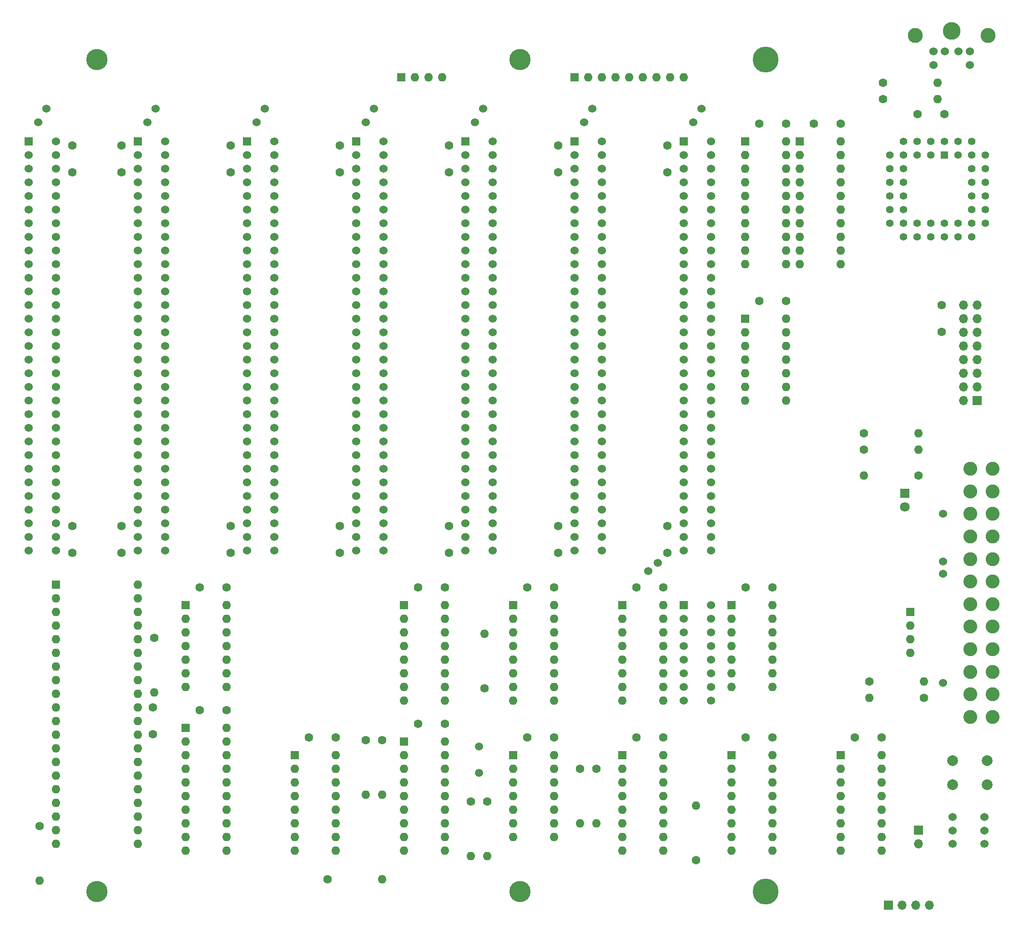
<source format=gbr>
G04 #@! TF.GenerationSoftware,KiCad,Pcbnew,(5.1.8)-1*
G04 #@! TF.CreationDate,2022-12-31T14:52:49-07:00*
G04 #@! TF.ProjectId,Multi,4d756c74-692e-46b6-9963-61645f706362,rev?*
G04 #@! TF.SameCoordinates,Original*
G04 #@! TF.FileFunction,Soldermask,Top*
G04 #@! TF.FilePolarity,Negative*
%FSLAX46Y46*%
G04 Gerber Fmt 4.6, Leading zero omitted, Abs format (unit mm)*
G04 Created by KiCad (PCBNEW (5.1.8)-1) date 2022-12-31 14:52:49*
%MOMM*%
%LPD*%
G01*
G04 APERTURE LIST*
%ADD10C,1.524000*%
%ADD11R,1.524000X1.524000*%
%ADD12C,1.600000*%
%ADD13C,3.962400*%
%ADD14O,1.600000X1.600000*%
%ADD15R,1.600000X1.600000*%
%ADD16C,4.826000*%
%ADD17O,1.700000X1.700000*%
%ADD18R,1.700000X1.700000*%
%ADD19C,2.000000*%
%ADD20C,1.800000*%
%ADD21R,1.800000X1.800000*%
%ADD22C,2.590800*%
%ADD23C,2.794000*%
%ADD24C,3.302000*%
%ADD25C,1.500000*%
%ADD26R,1.422400X1.422400*%
%ADD27C,1.422400*%
G04 APERTURE END LIST*
D10*
G04 #@! TO.C,R*
X-36322000Y-37846000D03*
G04 #@! TD*
G04 #@! TO.C,R*
X-37846000Y-40386000D03*
G04 #@! TD*
G04 #@! TO.C,R*
X-16002000Y-37846000D03*
G04 #@! TD*
G04 #@! TO.C,R*
X-17526000Y-40386000D03*
G04 #@! TD*
G04 #@! TO.C,R*
X2794000Y-40386000D03*
G04 #@! TD*
G04 #@! TO.C,R*
X4318000Y-37846000D03*
G04 #@! TD*
G04 #@! TO.C,J8*
X67056000Y-120142000D03*
X67056000Y-117602000D03*
X67056000Y-115062000D03*
X67056000Y-112522000D03*
X67056000Y-109982000D03*
X67056000Y-107442000D03*
X67056000Y-104902000D03*
X67056000Y-102362000D03*
X67056000Y-99822000D03*
X67056000Y-97282000D03*
X67056000Y-94742000D03*
X67056000Y-92202000D03*
X67056000Y-89662000D03*
X67056000Y-87122000D03*
X67056000Y-84582000D03*
X67056000Y-82042000D03*
X67056000Y-79502000D03*
X67056000Y-76962000D03*
X67056000Y-74422000D03*
X67056000Y-71882000D03*
X67056000Y-69342000D03*
X67056000Y-66802000D03*
X67056000Y-64262000D03*
X67056000Y-61722000D03*
X67056000Y-59182000D03*
X67056000Y-56642000D03*
X67056000Y-54102000D03*
X67056000Y-51562000D03*
X67056000Y-49022000D03*
X67056000Y-46482000D03*
X67056000Y-43942000D03*
X61976000Y-120142000D03*
X61976000Y-117602000D03*
X61976000Y-115062000D03*
X61976000Y-112522000D03*
X61976000Y-109982000D03*
X61976000Y-107442000D03*
X61976000Y-104902000D03*
X61976000Y-102362000D03*
X61976000Y-99822000D03*
X61976000Y-97282000D03*
X61976000Y-94742000D03*
X61976000Y-92202000D03*
X61976000Y-89662000D03*
X61976000Y-87122000D03*
X61976000Y-84582000D03*
X61976000Y-82042000D03*
X61976000Y-79502000D03*
X61976000Y-76962000D03*
X61976000Y-74422000D03*
X61976000Y-71882000D03*
X61976000Y-69342000D03*
X61976000Y-66802000D03*
X61976000Y-64262000D03*
X61976000Y-61722000D03*
X61976000Y-59182000D03*
X61976000Y-56642000D03*
X61976000Y-54102000D03*
X61976000Y-51562000D03*
X61976000Y-49022000D03*
X61976000Y-46482000D03*
D11*
X61976000Y-43942000D03*
G04 #@! TD*
D10*
G04 #@! TO.C,J1*
X-34544000Y-120142000D03*
X-34544000Y-117602000D03*
X-34544000Y-115062000D03*
X-34544000Y-112522000D03*
X-34544000Y-109982000D03*
X-34544000Y-107442000D03*
X-34544000Y-104902000D03*
X-34544000Y-102362000D03*
X-34544000Y-99822000D03*
X-34544000Y-97282000D03*
X-34544000Y-94742000D03*
X-34544000Y-92202000D03*
X-34544000Y-89662000D03*
X-34544000Y-87122000D03*
X-34544000Y-84582000D03*
X-34544000Y-82042000D03*
X-34544000Y-79502000D03*
X-34544000Y-76962000D03*
X-34544000Y-74422000D03*
X-34544000Y-71882000D03*
X-34544000Y-69342000D03*
X-34544000Y-66802000D03*
X-34544000Y-64262000D03*
X-34544000Y-61722000D03*
X-34544000Y-59182000D03*
X-34544000Y-56642000D03*
X-34544000Y-54102000D03*
X-34544000Y-51562000D03*
X-34544000Y-49022000D03*
X-34544000Y-46482000D03*
X-34544000Y-43942000D03*
X-39624000Y-120142000D03*
X-39624000Y-117602000D03*
X-39624000Y-115062000D03*
X-39624000Y-112522000D03*
X-39624000Y-109982000D03*
X-39624000Y-107442000D03*
X-39624000Y-104902000D03*
X-39624000Y-102362000D03*
X-39624000Y-99822000D03*
X-39624000Y-97282000D03*
X-39624000Y-94742000D03*
X-39624000Y-92202000D03*
X-39624000Y-89662000D03*
X-39624000Y-87122000D03*
X-39624000Y-84582000D03*
X-39624000Y-82042000D03*
X-39624000Y-79502000D03*
X-39624000Y-76962000D03*
X-39624000Y-74422000D03*
X-39624000Y-71882000D03*
X-39624000Y-69342000D03*
X-39624000Y-66802000D03*
X-39624000Y-64262000D03*
X-39624000Y-61722000D03*
X-39624000Y-59182000D03*
X-39624000Y-56642000D03*
X-39624000Y-54102000D03*
X-39624000Y-51562000D03*
X-39624000Y-49022000D03*
X-39624000Y-46482000D03*
D11*
X-39624000Y-43942000D03*
G04 #@! TD*
G04 #@! TO.C,J7*
X41656000Y-43942000D03*
D10*
X41656000Y-46482000D03*
X41656000Y-49022000D03*
X41656000Y-51562000D03*
X41656000Y-54102000D03*
X41656000Y-56642000D03*
X41656000Y-59182000D03*
X41656000Y-61722000D03*
X41656000Y-64262000D03*
X41656000Y-66802000D03*
X41656000Y-69342000D03*
X41656000Y-71882000D03*
X41656000Y-74422000D03*
X41656000Y-76962000D03*
X41656000Y-79502000D03*
X41656000Y-82042000D03*
X41656000Y-84582000D03*
X41656000Y-87122000D03*
X41656000Y-89662000D03*
X41656000Y-92202000D03*
X41656000Y-94742000D03*
X41656000Y-97282000D03*
X41656000Y-99822000D03*
X41656000Y-102362000D03*
X41656000Y-104902000D03*
X41656000Y-107442000D03*
X41656000Y-109982000D03*
X41656000Y-112522000D03*
X41656000Y-115062000D03*
X41656000Y-117602000D03*
X41656000Y-120142000D03*
X46736000Y-43942000D03*
X46736000Y-46482000D03*
X46736000Y-49022000D03*
X46736000Y-51562000D03*
X46736000Y-54102000D03*
X46736000Y-56642000D03*
X46736000Y-59182000D03*
X46736000Y-61722000D03*
X46736000Y-64262000D03*
X46736000Y-66802000D03*
X46736000Y-69342000D03*
X46736000Y-71882000D03*
X46736000Y-74422000D03*
X46736000Y-76962000D03*
X46736000Y-79502000D03*
X46736000Y-82042000D03*
X46736000Y-84582000D03*
X46736000Y-87122000D03*
X46736000Y-89662000D03*
X46736000Y-92202000D03*
X46736000Y-94742000D03*
X46736000Y-97282000D03*
X46736000Y-99822000D03*
X46736000Y-102362000D03*
X46736000Y-104902000D03*
X46736000Y-107442000D03*
X46736000Y-109982000D03*
X46736000Y-112522000D03*
X46736000Y-115062000D03*
X46736000Y-117602000D03*
X46736000Y-120142000D03*
G04 #@! TD*
G04 #@! TO.C,J11*
X6096000Y-120142000D03*
X6096000Y-117602000D03*
X6096000Y-115062000D03*
X6096000Y-112522000D03*
X6096000Y-109982000D03*
X6096000Y-107442000D03*
X6096000Y-104902000D03*
X6096000Y-102362000D03*
X6096000Y-99822000D03*
X6096000Y-97282000D03*
X6096000Y-94742000D03*
X6096000Y-92202000D03*
X6096000Y-89662000D03*
X6096000Y-87122000D03*
X6096000Y-84582000D03*
X6096000Y-82042000D03*
X6096000Y-79502000D03*
X6096000Y-76962000D03*
X6096000Y-74422000D03*
X6096000Y-71882000D03*
X6096000Y-69342000D03*
X6096000Y-66802000D03*
X6096000Y-64262000D03*
X6096000Y-61722000D03*
X6096000Y-59182000D03*
X6096000Y-56642000D03*
X6096000Y-54102000D03*
X6096000Y-51562000D03*
X6096000Y-49022000D03*
X6096000Y-46482000D03*
X6096000Y-43942000D03*
X1016000Y-120142000D03*
X1016000Y-117602000D03*
X1016000Y-115062000D03*
X1016000Y-112522000D03*
X1016000Y-109982000D03*
X1016000Y-107442000D03*
X1016000Y-104902000D03*
X1016000Y-102362000D03*
X1016000Y-99822000D03*
X1016000Y-97282000D03*
X1016000Y-94742000D03*
X1016000Y-92202000D03*
X1016000Y-89662000D03*
X1016000Y-87122000D03*
X1016000Y-84582000D03*
X1016000Y-82042000D03*
X1016000Y-79502000D03*
X1016000Y-76962000D03*
X1016000Y-74422000D03*
X1016000Y-71882000D03*
X1016000Y-69342000D03*
X1016000Y-66802000D03*
X1016000Y-64262000D03*
X1016000Y-61722000D03*
X1016000Y-59182000D03*
X1016000Y-56642000D03*
X1016000Y-54102000D03*
X1016000Y-51562000D03*
X1016000Y-49022000D03*
X1016000Y-46482000D03*
D11*
X1016000Y-43942000D03*
G04 #@! TD*
D10*
G04 #@! TO.C,J9*
X87376000Y-120142000D03*
X87376000Y-117602000D03*
X87376000Y-115062000D03*
X87376000Y-112522000D03*
X87376000Y-109982000D03*
X87376000Y-107442000D03*
X87376000Y-104902000D03*
X87376000Y-102362000D03*
X87376000Y-99822000D03*
X87376000Y-97282000D03*
X87376000Y-94742000D03*
X87376000Y-92202000D03*
X87376000Y-89662000D03*
X87376000Y-87122000D03*
X87376000Y-84582000D03*
X87376000Y-82042000D03*
X87376000Y-79502000D03*
X87376000Y-76962000D03*
X87376000Y-74422000D03*
X87376000Y-71882000D03*
X87376000Y-69342000D03*
X87376000Y-66802000D03*
X87376000Y-64262000D03*
X87376000Y-61722000D03*
X87376000Y-59182000D03*
X87376000Y-56642000D03*
X87376000Y-54102000D03*
X87376000Y-51562000D03*
X87376000Y-49022000D03*
X87376000Y-46482000D03*
X87376000Y-43942000D03*
X82296000Y-120142000D03*
X82296000Y-117602000D03*
X82296000Y-115062000D03*
X82296000Y-112522000D03*
X82296000Y-109982000D03*
X82296000Y-107442000D03*
X82296000Y-104902000D03*
X82296000Y-102362000D03*
X82296000Y-99822000D03*
X82296000Y-97282000D03*
X82296000Y-94742000D03*
X82296000Y-92202000D03*
X82296000Y-89662000D03*
X82296000Y-87122000D03*
X82296000Y-84582000D03*
X82296000Y-82042000D03*
X82296000Y-79502000D03*
X82296000Y-76962000D03*
X82296000Y-74422000D03*
X82296000Y-71882000D03*
X82296000Y-69342000D03*
X82296000Y-66802000D03*
X82296000Y-64262000D03*
X82296000Y-61722000D03*
X82296000Y-59182000D03*
X82296000Y-56642000D03*
X82296000Y-54102000D03*
X82296000Y-51562000D03*
X82296000Y-49022000D03*
X82296000Y-46482000D03*
D11*
X82296000Y-43942000D03*
G04 #@! TD*
D10*
G04 #@! TO.C,J5*
X-14224000Y-120142000D03*
X-14224000Y-117602000D03*
X-14224000Y-115062000D03*
X-14224000Y-112522000D03*
X-14224000Y-109982000D03*
X-14224000Y-107442000D03*
X-14224000Y-104902000D03*
X-14224000Y-102362000D03*
X-14224000Y-99822000D03*
X-14224000Y-97282000D03*
X-14224000Y-94742000D03*
X-14224000Y-92202000D03*
X-14224000Y-89662000D03*
X-14224000Y-87122000D03*
X-14224000Y-84582000D03*
X-14224000Y-82042000D03*
X-14224000Y-79502000D03*
X-14224000Y-76962000D03*
X-14224000Y-74422000D03*
X-14224000Y-71882000D03*
X-14224000Y-69342000D03*
X-14224000Y-66802000D03*
X-14224000Y-64262000D03*
X-14224000Y-61722000D03*
X-14224000Y-59182000D03*
X-14224000Y-56642000D03*
X-14224000Y-54102000D03*
X-14224000Y-51562000D03*
X-14224000Y-49022000D03*
X-14224000Y-46482000D03*
X-14224000Y-43942000D03*
X-19304000Y-120142000D03*
X-19304000Y-117602000D03*
X-19304000Y-115062000D03*
X-19304000Y-112522000D03*
X-19304000Y-109982000D03*
X-19304000Y-107442000D03*
X-19304000Y-104902000D03*
X-19304000Y-102362000D03*
X-19304000Y-99822000D03*
X-19304000Y-97282000D03*
X-19304000Y-94742000D03*
X-19304000Y-92202000D03*
X-19304000Y-89662000D03*
X-19304000Y-87122000D03*
X-19304000Y-84582000D03*
X-19304000Y-82042000D03*
X-19304000Y-79502000D03*
X-19304000Y-76962000D03*
X-19304000Y-74422000D03*
X-19304000Y-71882000D03*
X-19304000Y-69342000D03*
X-19304000Y-66802000D03*
X-19304000Y-64262000D03*
X-19304000Y-61722000D03*
X-19304000Y-59182000D03*
X-19304000Y-56642000D03*
X-19304000Y-54102000D03*
X-19304000Y-51562000D03*
X-19304000Y-49022000D03*
X-19304000Y-46482000D03*
D11*
X-19304000Y-43942000D03*
G04 #@! TD*
D10*
G04 #@! TO.C,J4*
X26416000Y-120142000D03*
X26416000Y-117602000D03*
X26416000Y-115062000D03*
X26416000Y-112522000D03*
X26416000Y-109982000D03*
X26416000Y-107442000D03*
X26416000Y-104902000D03*
X26416000Y-102362000D03*
X26416000Y-99822000D03*
X26416000Y-97282000D03*
X26416000Y-94742000D03*
X26416000Y-92202000D03*
X26416000Y-89662000D03*
X26416000Y-87122000D03*
X26416000Y-84582000D03*
X26416000Y-82042000D03*
X26416000Y-79502000D03*
X26416000Y-76962000D03*
X26416000Y-74422000D03*
X26416000Y-71882000D03*
X26416000Y-69342000D03*
X26416000Y-66802000D03*
X26416000Y-64262000D03*
X26416000Y-61722000D03*
X26416000Y-59182000D03*
X26416000Y-56642000D03*
X26416000Y-54102000D03*
X26416000Y-51562000D03*
X26416000Y-49022000D03*
X26416000Y-46482000D03*
X26416000Y-43942000D03*
X21336000Y-120142000D03*
X21336000Y-117602000D03*
X21336000Y-115062000D03*
X21336000Y-112522000D03*
X21336000Y-109982000D03*
X21336000Y-107442000D03*
X21336000Y-104902000D03*
X21336000Y-102362000D03*
X21336000Y-99822000D03*
X21336000Y-97282000D03*
X21336000Y-94742000D03*
X21336000Y-92202000D03*
X21336000Y-89662000D03*
X21336000Y-87122000D03*
X21336000Y-84582000D03*
X21336000Y-82042000D03*
X21336000Y-79502000D03*
X21336000Y-76962000D03*
X21336000Y-74422000D03*
X21336000Y-71882000D03*
X21336000Y-69342000D03*
X21336000Y-66802000D03*
X21336000Y-64262000D03*
X21336000Y-61722000D03*
X21336000Y-59182000D03*
X21336000Y-56642000D03*
X21336000Y-54102000D03*
X21336000Y-51562000D03*
X21336000Y-49022000D03*
X21336000Y-46482000D03*
D11*
X21336000Y-43942000D03*
G04 #@! TD*
D12*
G04 #@! TO.C,C19*
X-2032000Y-115570000D03*
X-2032000Y-120570000D03*
G04 #@! TD*
G04 #@! TO.C,C18*
X18288000Y-115570000D03*
X18288000Y-120570000D03*
G04 #@! TD*
G04 #@! TO.C,C17*
X-22352000Y-115570000D03*
X-22352000Y-120570000D03*
G04 #@! TD*
G04 #@! TO.C,C16*
X-22352000Y-49704000D03*
X-22352000Y-44704000D03*
G04 #@! TD*
G04 #@! TO.C,C15*
X18288000Y-49704000D03*
X18288000Y-44704000D03*
G04 #@! TD*
G04 #@! TO.C,C14*
X-2032000Y-49704000D03*
X-2032000Y-44704000D03*
G04 #@! TD*
D13*
G04 #@! TO.C,REF\u002A\u002A*
X-26924000Y-183642000D03*
G04 #@! TD*
G04 #@! TO.C,REF\u002A\u002A*
X-26924000Y-28702000D03*
G04 #@! TD*
D14*
G04 #@! TO.C,U65*
X-2794000Y-153162000D03*
X-10414000Y-176022000D03*
X-2794000Y-155702000D03*
X-10414000Y-173482000D03*
X-2794000Y-158242000D03*
X-10414000Y-170942000D03*
X-2794000Y-160782000D03*
X-10414000Y-168402000D03*
X-2794000Y-163322000D03*
X-10414000Y-165862000D03*
X-2794000Y-165862000D03*
X-10414000Y-163322000D03*
X-2794000Y-168402000D03*
X-10414000Y-160782000D03*
X-2794000Y-170942000D03*
X-10414000Y-158242000D03*
X-2794000Y-173482000D03*
X-10414000Y-155702000D03*
X-2794000Y-176022000D03*
D15*
X-10414000Y-153162000D03*
G04 #@! TD*
D14*
G04 #@! TO.C,U64*
X17526000Y-158242000D03*
X9906000Y-176022000D03*
X17526000Y-160782000D03*
X9906000Y-173482000D03*
X17526000Y-163322000D03*
X9906000Y-170942000D03*
X17526000Y-165862000D03*
X9906000Y-168402000D03*
X17526000Y-168402000D03*
X9906000Y-165862000D03*
X17526000Y-170942000D03*
X9906000Y-163322000D03*
X17526000Y-173482000D03*
X9906000Y-160782000D03*
X17526000Y-176022000D03*
D15*
X9906000Y-158242000D03*
G04 #@! TD*
D14*
G04 #@! TO.C,U63*
X-2794000Y-130302000D03*
X-10414000Y-145542000D03*
X-2794000Y-132842000D03*
X-10414000Y-143002000D03*
X-2794000Y-135382000D03*
X-10414000Y-140462000D03*
X-2794000Y-137922000D03*
X-10414000Y-137922000D03*
X-2794000Y-140462000D03*
X-10414000Y-135382000D03*
X-2794000Y-143002000D03*
X-10414000Y-132842000D03*
X-2794000Y-145542000D03*
D15*
X-10414000Y-130302000D03*
G04 #@! TD*
D14*
G04 #@! TO.C,U61*
X-19304000Y-126492000D03*
X-34544000Y-174752000D03*
X-19304000Y-129032000D03*
X-34544000Y-172212000D03*
X-19304000Y-131572000D03*
X-34544000Y-169672000D03*
X-19304000Y-134112000D03*
X-34544000Y-167132000D03*
X-19304000Y-136652000D03*
X-34544000Y-164592000D03*
X-19304000Y-139192000D03*
X-34544000Y-162052000D03*
X-19304000Y-141732000D03*
X-34544000Y-159512000D03*
X-19304000Y-144272000D03*
X-34544000Y-156972000D03*
X-19304000Y-146812000D03*
X-34544000Y-154432000D03*
X-19304000Y-149352000D03*
X-34544000Y-151892000D03*
X-19304000Y-151892000D03*
X-34544000Y-149352000D03*
X-19304000Y-154432000D03*
X-34544000Y-146812000D03*
X-19304000Y-156972000D03*
X-34544000Y-144272000D03*
X-19304000Y-159512000D03*
X-34544000Y-141732000D03*
X-19304000Y-162052000D03*
X-34544000Y-139192000D03*
X-19304000Y-164592000D03*
X-34544000Y-136652000D03*
X-19304000Y-167132000D03*
X-34544000Y-134112000D03*
X-19304000Y-169672000D03*
X-34544000Y-131572000D03*
X-19304000Y-172212000D03*
X-34544000Y-129032000D03*
X-19304000Y-174752000D03*
D15*
X-34544000Y-126492000D03*
G04 #@! TD*
D14*
G04 #@! TO.C,U20*
X101346000Y-76962000D03*
X93726000Y-92202000D03*
X101346000Y-79502000D03*
X93726000Y-89662000D03*
X101346000Y-82042000D03*
X93726000Y-87122000D03*
X101346000Y-84582000D03*
X93726000Y-84582000D03*
X101346000Y-87122000D03*
X93726000Y-82042000D03*
X101346000Y-89662000D03*
X93726000Y-79502000D03*
X101346000Y-92202000D03*
D15*
X93726000Y-76962000D03*
G04 #@! TD*
D14*
G04 #@! TO.C,R63*
X26162000Y-181356000D03*
D12*
X16002000Y-181356000D03*
G04 #@! TD*
D14*
G04 #@! TO.C,R62*
X-16256000Y-146558000D03*
D12*
X-16256000Y-136398000D03*
G04 #@! TD*
D14*
G04 #@! TO.C,R61*
X-37592000Y-181610000D03*
D12*
X-37592000Y-171450000D03*
G04 #@! TD*
G04 #@! TO.C,C65*
X-2794000Y-149860000D03*
X-7794000Y-149860000D03*
G04 #@! TD*
G04 #@! TO.C,C64*
X17526000Y-154940000D03*
X12526000Y-154940000D03*
G04 #@! TD*
G04 #@! TO.C,C63*
X-2794000Y-127000000D03*
X-7794000Y-127000000D03*
G04 #@! TD*
G04 #@! TO.C,C1*
X-16510000Y-154352000D03*
X-16510000Y-149352000D03*
G04 #@! TD*
D14*
G04 #@! TO.C,U2*
X111506000Y-43942000D03*
X103886000Y-66802000D03*
X111506000Y-46482000D03*
X103886000Y-64262000D03*
X111506000Y-49022000D03*
X103886000Y-61722000D03*
X111506000Y-51562000D03*
X103886000Y-59182000D03*
X111506000Y-54102000D03*
X103886000Y-56642000D03*
X111506000Y-56642000D03*
X103886000Y-54102000D03*
X111506000Y-59182000D03*
X103886000Y-51562000D03*
X111506000Y-61722000D03*
X103886000Y-49022000D03*
X111506000Y-64262000D03*
X103886000Y-46482000D03*
X111506000Y-66802000D03*
D15*
X103886000Y-43942000D03*
G04 #@! TD*
D12*
G04 #@! TO.C,C13*
X119126000Y-154940000D03*
X114126000Y-154940000D03*
G04 #@! TD*
G04 #@! TO.C,C11*
X111506000Y-40640000D03*
X106506000Y-40640000D03*
G04 #@! TD*
D14*
G04 #@! TO.C,RN3*
X124460000Y-139192000D03*
X124460000Y-136652000D03*
X124460000Y-134112000D03*
D15*
X124460000Y-131572000D03*
G04 #@! TD*
D14*
G04 #@! TO.C,U1*
X119126000Y-158242000D03*
X111506000Y-176022000D03*
X119126000Y-160782000D03*
X111506000Y-173482000D03*
X119126000Y-163322000D03*
X111506000Y-170942000D03*
X119126000Y-165862000D03*
X111506000Y-168402000D03*
X119126000Y-168402000D03*
X111506000Y-165862000D03*
X119126000Y-170942000D03*
X111506000Y-163322000D03*
X119126000Y-173482000D03*
X111506000Y-160782000D03*
X119126000Y-176022000D03*
D15*
X111506000Y-158242000D03*
G04 #@! TD*
D16*
G04 #@! TO.C,REF\u002A\u002A*
X97536000Y-183642000D03*
G04 #@! TD*
D14*
G04 #@! TO.C,RN1*
X37338000Y-32004000D03*
X34798000Y-32004000D03*
X32258000Y-32004000D03*
D15*
X29718000Y-32004000D03*
G04 #@! TD*
D14*
G04 #@! TO.C,R13*
X125984000Y-101346000D03*
D12*
X115824000Y-101346000D03*
G04 #@! TD*
D14*
G04 #@! TO.C,R12*
X125984000Y-98298000D03*
D12*
X115824000Y-98298000D03*
G04 #@! TD*
D14*
G04 #@! TO.C,RN2*
X82296000Y-32004000D03*
X79756000Y-32004000D03*
X77216000Y-32004000D03*
X74676000Y-32004000D03*
X72136000Y-32004000D03*
X69596000Y-32004000D03*
X67056000Y-32004000D03*
X64516000Y-32004000D03*
D15*
X61976000Y-32004000D03*
G04 #@! TD*
D10*
G04 #@! TO.C,R*
X130556000Y-113284000D03*
G04 #@! TD*
G04 #@! TO.C,R*
X130556000Y-122174000D03*
G04 #@! TD*
G04 #@! TO.C,R*
X130556000Y-144780000D03*
G04 #@! TD*
G04 #@! TO.C,R*
X130556000Y-124460000D03*
G04 #@! TD*
D14*
G04 #@! TO.C,R9*
X129540000Y-36040000D03*
D12*
X119380000Y-36040000D03*
G04 #@! TD*
D14*
G04 #@! TO.C,R8*
X129540000Y-33020000D03*
D12*
X119380000Y-33020000D03*
G04 #@! TD*
D14*
G04 #@! TO.C,R7*
X116840000Y-147574000D03*
D12*
X127000000Y-147574000D03*
G04 #@! TD*
D14*
G04 #@! TO.C,R6*
X45212000Y-135636000D03*
D12*
X45212000Y-145796000D03*
G04 #@! TD*
D10*
G04 #@! TO.C,R*
X75692000Y-123952000D03*
G04 #@! TD*
G04 #@! TO.C,R*
X77470000Y-122428000D03*
G04 #@! TD*
D12*
G04 #@! TO.C,C10*
X130302000Y-79422000D03*
X130302000Y-74422000D03*
G04 #@! TD*
G04 #@! TO.C,C9*
X130810000Y-38862000D03*
X125810000Y-38862000D03*
G04 #@! TD*
D14*
G04 #@! TO.C,R4*
X42672000Y-177038000D03*
D12*
X42672000Y-166878000D03*
G04 #@! TD*
D14*
G04 #@! TO.C,R2*
X45720000Y-177038000D03*
D12*
X45720000Y-166878000D03*
G04 #@! TD*
D14*
G04 #@! TO.C,R18*
X26162000Y-165608000D03*
D12*
X26162000Y-155448000D03*
G04 #@! TD*
D14*
G04 #@! TO.C,R17*
X62992000Y-170942000D03*
D12*
X62992000Y-160782000D03*
G04 #@! TD*
D14*
G04 #@! TO.C,R14*
X23114000Y-165608000D03*
D12*
X23114000Y-155448000D03*
G04 #@! TD*
D14*
G04 #@! TO.C,R5*
X127000000Y-144526000D03*
D12*
X116840000Y-144526000D03*
G04 #@! TD*
D14*
G04 #@! TO.C,R3*
X66040000Y-170942000D03*
D12*
X66040000Y-160782000D03*
G04 #@! TD*
D14*
G04 #@! TO.C,U3*
X84582000Y-167640000D03*
D12*
X84582000Y-177800000D03*
G04 #@! TD*
D17*
G04 #@! TO.C,J6*
X125984000Y-174752000D03*
D18*
X125984000Y-172212000D03*
G04 #@! TD*
D17*
G04 #@! TO.C,J3*
X128016000Y-186182000D03*
X125476000Y-186182000D03*
X122936000Y-186182000D03*
D18*
X120396000Y-186182000D03*
G04 #@! TD*
D12*
G04 #@! TO.C,C1*
X101346000Y-73660000D03*
X96346000Y-73660000D03*
G04 #@! TD*
D14*
G04 #@! TO.C,U117*
X78486000Y-158242000D03*
X70866000Y-176022000D03*
X78486000Y-160782000D03*
X70866000Y-173482000D03*
X78486000Y-163322000D03*
X70866000Y-170942000D03*
X78486000Y-165862000D03*
X70866000Y-168402000D03*
X78486000Y-168402000D03*
X70866000Y-165862000D03*
X78486000Y-170942000D03*
X70866000Y-163322000D03*
X78486000Y-173482000D03*
X70866000Y-160782000D03*
X78486000Y-176022000D03*
D15*
X70866000Y-158242000D03*
G04 #@! TD*
D10*
G04 #@! TO.C,J10*
X87376000Y-130302000D03*
X87376000Y-132842000D03*
D11*
X82296000Y-130302000D03*
D10*
X82296000Y-132842000D03*
X82296000Y-135382000D03*
X82296000Y-137922000D03*
X82296000Y-140462000D03*
X82296000Y-143002000D03*
X82296000Y-145542000D03*
X82296000Y-148082000D03*
X87376000Y-148082000D03*
X87376000Y-145542000D03*
X87376000Y-143002000D03*
X87376000Y-140462000D03*
X87376000Y-137922000D03*
X87376000Y-135382000D03*
G04 #@! TD*
D19*
G04 #@! TO.C,SW1*
X138834000Y-159258000D03*
X138834000Y-163758000D03*
X132334000Y-159258000D03*
X132334000Y-163758000D03*
G04 #@! TD*
D14*
G04 #@! TO.C,R1*
X115824000Y-106172000D03*
D12*
X125984000Y-106172000D03*
G04 #@! TD*
D20*
G04 #@! TO.C,D1*
X123444000Y-112014000D03*
D21*
X123444000Y-109474000D03*
G04 #@! TD*
D12*
G04 #@! TO.C,C7*
X101346000Y-40640000D03*
X96346000Y-40640000D03*
G04 #@! TD*
D10*
G04 #@! TO.C,8x8mm1*
X138334000Y-169752000D03*
X138334000Y-172252000D03*
X138334000Y-174752000D03*
X132334000Y-174752000D03*
X132334000Y-172252000D03*
X132334000Y-169752000D03*
G04 #@! TD*
D22*
G04 #@! TO.C,ATXPOWER1*
X139836000Y-146902000D03*
X139836000Y-151102000D03*
X139836000Y-142702000D03*
X139836000Y-104902000D03*
X139836000Y-109102000D03*
X139836000Y-113302000D03*
X139836000Y-117502000D03*
X139836000Y-130102000D03*
X139836000Y-121702000D03*
X139836000Y-125902000D03*
X139836000Y-138502000D03*
X139836000Y-134302000D03*
X135636000Y-151102000D03*
X135636000Y-146902000D03*
X135636000Y-142702000D03*
X135636000Y-138502000D03*
X135636000Y-134302000D03*
X135636000Y-130102000D03*
X135636000Y-125902000D03*
X135636000Y-121702000D03*
X135636000Y-117502000D03*
X135636000Y-113302000D03*
X135636000Y-109102000D03*
X135636000Y-104902000D03*
G04 #@! TD*
D12*
G04 #@! TO.C,C29*
X38608000Y-115570000D03*
X38608000Y-120570000D03*
G04 #@! TD*
G04 #@! TO.C,C28*
X58928000Y-115570000D03*
X58928000Y-120570000D03*
G04 #@! TD*
G04 #@! TO.C,C27*
X-31496000Y-115570000D03*
X-31496000Y-120570000D03*
G04 #@! TD*
G04 #@! TO.C,C26*
X79248000Y-115570000D03*
X79248000Y-120570000D03*
G04 #@! TD*
G04 #@! TO.C,C25*
X38608000Y-49704000D03*
X38608000Y-44704000D03*
G04 #@! TD*
G04 #@! TO.C,C24*
X-31496000Y-49704000D03*
X-31496000Y-44704000D03*
G04 #@! TD*
G04 #@! TO.C,C23*
X79248000Y-49704000D03*
X79248000Y-44704000D03*
G04 #@! TD*
G04 #@! TO.C,C22*
X58928000Y-49704000D03*
X58928000Y-44704000D03*
G04 #@! TD*
D23*
G04 #@! TO.C,J2*
X125425200Y-24180800D03*
X138938000Y-24180800D03*
D24*
X132181600Y-23368000D03*
D10*
X135585200Y-29667200D03*
X128778000Y-29667200D03*
X133477000Y-27178000D03*
X130886200Y-27178000D03*
X135585200Y-27178000D03*
X128778000Y-27178000D03*
G04 #@! TD*
D15*
G04 #@! TO.C,U17*
X91186000Y-158242000D03*
D14*
X98806000Y-176022000D03*
X91186000Y-160782000D03*
X98806000Y-173482000D03*
X91186000Y-163322000D03*
X98806000Y-170942000D03*
X91186000Y-165862000D03*
X98806000Y-168402000D03*
X91186000Y-168402000D03*
X98806000Y-165862000D03*
X91186000Y-170942000D03*
X98806000Y-163322000D03*
X91186000Y-173482000D03*
X98806000Y-160782000D03*
X91186000Y-176022000D03*
X98806000Y-158242000D03*
G04 #@! TD*
D10*
G04 #@! TO.C,R*
X43434000Y-40386000D03*
G04 #@! TD*
G04 #@! TO.C,R*
X44958000Y-37846000D03*
G04 #@! TD*
G04 #@! TO.C,R*
X24638000Y-37846000D03*
G04 #@! TD*
G04 #@! TO.C,R*
X23114000Y-40386000D03*
G04 #@! TD*
D13*
G04 #@! TO.C,REF\u002A\u002A*
X51816000Y-183642000D03*
G04 #@! TD*
D16*
G04 #@! TO.C,REF\u002A\u002A*
X97536000Y-28702000D03*
G04 #@! TD*
D13*
G04 #@! TO.C,REF\u002A\u002A*
X51816000Y-28702000D03*
G04 #@! TD*
D10*
G04 #@! TO.C,R*
X84074000Y-40386000D03*
G04 #@! TD*
G04 #@! TO.C,R*
X85598000Y-37846000D03*
G04 #@! TD*
G04 #@! TO.C,R*
X63754000Y-40386000D03*
G04 #@! TD*
G04 #@! TO.C,R*
X65278000Y-37846000D03*
G04 #@! TD*
D17*
G04 #@! TO.C,CH376*
X134366000Y-74422000D03*
X136906000Y-74422000D03*
X134366000Y-76962000D03*
X136906000Y-76962000D03*
X134366000Y-79502000D03*
X136906000Y-79502000D03*
X134366000Y-82042000D03*
X136906000Y-82042000D03*
X134366000Y-84582000D03*
X136906000Y-84582000D03*
X134366000Y-87122000D03*
X136906000Y-87122000D03*
X134366000Y-89662000D03*
X136906000Y-89662000D03*
X134366000Y-92202000D03*
D18*
X136906000Y-92202000D03*
G04 #@! TD*
D14*
G04 #@! TO.C,U9*
X37846000Y-130302000D03*
X30226000Y-148082000D03*
X37846000Y-132842000D03*
X30226000Y-145542000D03*
X37846000Y-135382000D03*
X30226000Y-143002000D03*
X37846000Y-137922000D03*
X30226000Y-140462000D03*
X37846000Y-140462000D03*
X30226000Y-137922000D03*
X37846000Y-143002000D03*
X30226000Y-135382000D03*
X37846000Y-145542000D03*
X30226000Y-132842000D03*
X37846000Y-148082000D03*
D15*
X30226000Y-130302000D03*
G04 #@! TD*
G04 #@! TO.C,U11*
X30226000Y-155702000D03*
D14*
X37846000Y-176022000D03*
X30226000Y-158242000D03*
X37846000Y-173482000D03*
X30226000Y-160782000D03*
X37846000Y-170942000D03*
X30226000Y-163322000D03*
X37846000Y-168402000D03*
X30226000Y-165862000D03*
X37846000Y-165862000D03*
X30226000Y-168402000D03*
X37846000Y-163322000D03*
X30226000Y-170942000D03*
X37846000Y-160782000D03*
X30226000Y-173482000D03*
X37846000Y-158242000D03*
X30226000Y-176022000D03*
X37846000Y-155702000D03*
G04 #@! TD*
D15*
G04 #@! TO.C,U12*
X50546000Y-130302000D03*
D14*
X58166000Y-148082000D03*
X50546000Y-132842000D03*
X58166000Y-145542000D03*
X50546000Y-135382000D03*
X58166000Y-143002000D03*
X50546000Y-137922000D03*
X58166000Y-140462000D03*
X50546000Y-140462000D03*
X58166000Y-137922000D03*
X50546000Y-143002000D03*
X58166000Y-135382000D03*
X50546000Y-145542000D03*
X58166000Y-132842000D03*
X50546000Y-148082000D03*
X58166000Y-130302000D03*
G04 #@! TD*
D15*
G04 #@! TO.C,U13*
X70866000Y-130302000D03*
D14*
X78486000Y-148082000D03*
X70866000Y-132842000D03*
X78486000Y-145542000D03*
X70866000Y-135382000D03*
X78486000Y-143002000D03*
X70866000Y-137922000D03*
X78486000Y-140462000D03*
X70866000Y-140462000D03*
X78486000Y-137922000D03*
X70866000Y-143002000D03*
X78486000Y-135382000D03*
X70866000Y-145542000D03*
X78486000Y-132842000D03*
X70866000Y-148082000D03*
X78486000Y-130302000D03*
G04 #@! TD*
D15*
G04 #@! TO.C,U14*
X50546000Y-158242000D03*
D14*
X58166000Y-173482000D03*
X50546000Y-160782000D03*
X58166000Y-170942000D03*
X50546000Y-163322000D03*
X58166000Y-168402000D03*
X50546000Y-165862000D03*
X58166000Y-165862000D03*
X50546000Y-168402000D03*
X58166000Y-163322000D03*
X50546000Y-170942000D03*
X58166000Y-160782000D03*
X50546000Y-173482000D03*
X58166000Y-158242000D03*
G04 #@! TD*
D15*
G04 #@! TO.C,U15*
X93726000Y-43942000D03*
D14*
X101346000Y-66802000D03*
X93726000Y-46482000D03*
X101346000Y-64262000D03*
X93726000Y-49022000D03*
X101346000Y-61722000D03*
X93726000Y-51562000D03*
X101346000Y-59182000D03*
X93726000Y-54102000D03*
X101346000Y-56642000D03*
X93726000Y-56642000D03*
X101346000Y-54102000D03*
X93726000Y-59182000D03*
X101346000Y-51562000D03*
X93726000Y-61722000D03*
X101346000Y-49022000D03*
X93726000Y-64262000D03*
X101346000Y-46482000D03*
X93726000Y-66802000D03*
X101346000Y-43942000D03*
G04 #@! TD*
D15*
G04 #@! TO.C,U16*
X91186000Y-130302000D03*
D14*
X98806000Y-145542000D03*
X91186000Y-132842000D03*
X98806000Y-143002000D03*
X91186000Y-135382000D03*
X98806000Y-140462000D03*
X91186000Y-137922000D03*
X98806000Y-137922000D03*
X91186000Y-140462000D03*
X98806000Y-135382000D03*
X91186000Y-143002000D03*
X98806000Y-132842000D03*
X91186000Y-145542000D03*
X98806000Y-130302000D03*
G04 #@! TD*
D25*
G04 #@! TO.C,Y2*
X44196000Y-161544000D03*
X44196000Y-156644000D03*
G04 #@! TD*
D26*
G04 #@! TO.C,U19*
X130810000Y-46482000D03*
D27*
X128270000Y-46482000D03*
X125730000Y-46482000D03*
X133350000Y-46482000D03*
X135890000Y-46482000D03*
X128270000Y-43942000D03*
X125730000Y-43942000D03*
X123190000Y-43942000D03*
X130810000Y-43942000D03*
X133350000Y-43942000D03*
X123190000Y-46482000D03*
X123190000Y-49022000D03*
X123190000Y-51562000D03*
X123190000Y-54102000D03*
X123190000Y-56642000D03*
X120650000Y-46482000D03*
X120650000Y-49022000D03*
X120650000Y-51562000D03*
X120650000Y-54102000D03*
X120650000Y-56642000D03*
X120650000Y-59182000D03*
X123190000Y-59182000D03*
X125730000Y-59182000D03*
X128270000Y-59182000D03*
X130810000Y-59182000D03*
X133350000Y-59182000D03*
X138430000Y-59182000D03*
X123190000Y-61722000D03*
X125730000Y-61722000D03*
X128270000Y-61722000D03*
X130810000Y-61722000D03*
X133350000Y-61722000D03*
X135890000Y-61722000D03*
X135890000Y-59182000D03*
X135890000Y-56642000D03*
X135890000Y-54102000D03*
X135890000Y-51562000D03*
X135890000Y-49022000D03*
X135890000Y-43942000D03*
X138430000Y-56642000D03*
X138430000Y-54102000D03*
X138430000Y-51562000D03*
X138430000Y-49022000D03*
X138430000Y-46482000D03*
G04 #@! TD*
D12*
G04 #@! TO.C,C1*
X37846000Y-127000000D03*
X32846000Y-127000000D03*
G04 #@! TD*
G04 #@! TO.C,C2*
X53166000Y-127000000D03*
X58166000Y-127000000D03*
G04 #@! TD*
G04 #@! TO.C,C3*
X98806000Y-154940000D03*
X93806000Y-154940000D03*
G04 #@! TD*
G04 #@! TO.C,C4*
X53166000Y-154940000D03*
X58166000Y-154940000D03*
G04 #@! TD*
G04 #@! TO.C,C5*
X93806000Y-127000000D03*
X98806000Y-127000000D03*
G04 #@! TD*
G04 #@! TO.C,C6*
X78486000Y-154940000D03*
X73486000Y-154940000D03*
G04 #@! TD*
G04 #@! TO.C,C8*
X73486000Y-127000000D03*
X78486000Y-127000000D03*
G04 #@! TD*
G04 #@! TO.C,C12*
X37846000Y-152400000D03*
X32846000Y-152400000D03*
G04 #@! TD*
M02*

</source>
